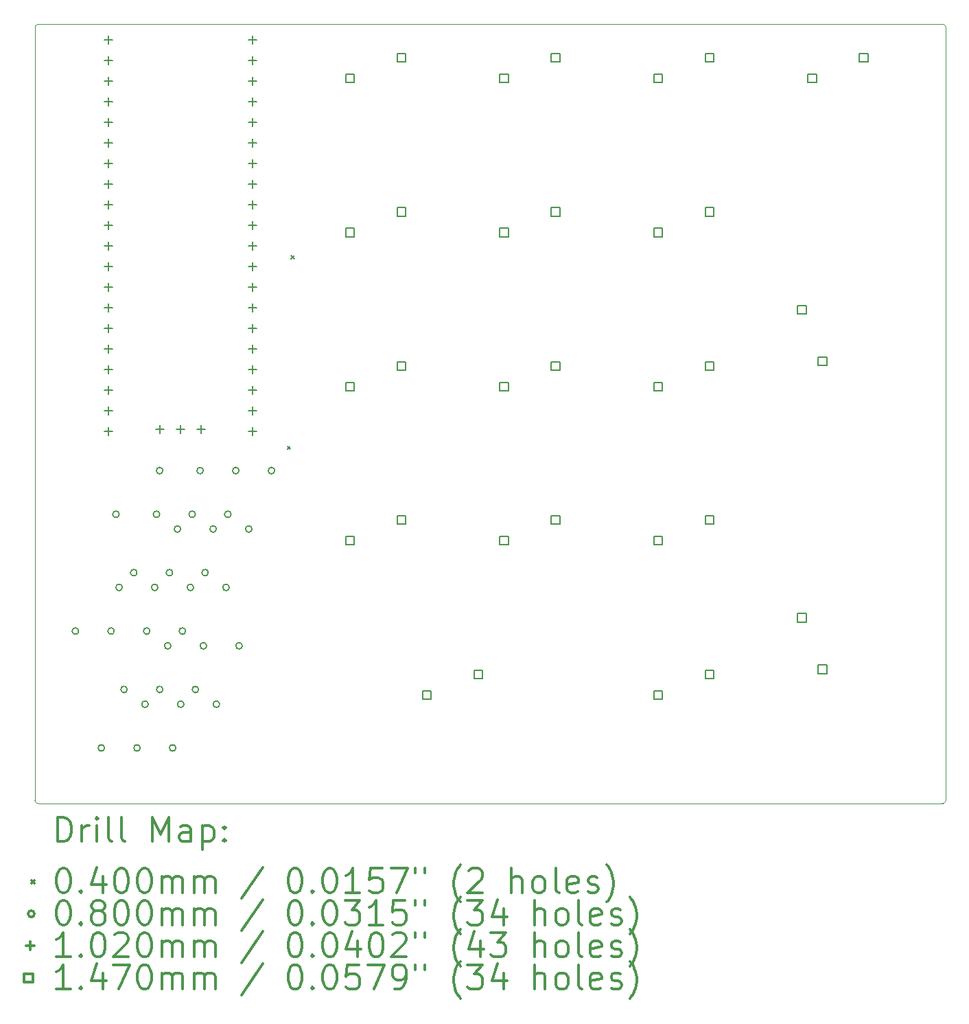
<source format=gbr>
%FSLAX45Y45*%
G04 Gerber Fmt 4.5, Leading zero omitted, Abs format (unit mm)*
G04 Created by KiCad (PCBNEW (5.1.10)-1) date 2021-09-20 14:50:28*
%MOMM*%
%LPD*%
G01*
G04 APERTURE LIST*
%TA.AperFunction,Profile*%
%ADD10C,0.100000*%
%TD*%
%ADD11C,0.200000*%
%ADD12C,0.300000*%
G04 APERTURE END LIST*
D10*
X6820000Y-15485000D02*
G75*
G02*
X6780000Y-15445000I0J40000D01*
G01*
X18020000Y-15445000D02*
G75*
G02*
X17980000Y-15485000I-40000J0D01*
G01*
X17980000Y-5880000D02*
G75*
G02*
X18020000Y-5920000I0J-40000D01*
G01*
X6780000Y-5920000D02*
G75*
G02*
X6820000Y-5880000I40000J0D01*
G01*
X6780000Y-15445000D02*
X6780000Y-5920000D01*
X17980000Y-15485000D02*
X6820000Y-15485000D01*
X18020000Y-5920000D02*
X18020000Y-15445000D01*
X6820000Y-5880000D02*
X17980000Y-5880000D01*
D11*
X9895000Y-11080000D02*
X9935000Y-11120000D01*
X9935000Y-11080000D02*
X9895000Y-11120000D01*
X9940000Y-8730000D02*
X9980000Y-8770000D01*
X9980000Y-8730000D02*
X9940000Y-8770000D01*
X7320000Y-13360000D02*
G75*
G03*
X7320000Y-13360000I-40000J0D01*
G01*
X7640000Y-14800000D02*
G75*
G03*
X7640000Y-14800000I-40000J0D01*
G01*
X7760000Y-13360000D02*
G75*
G03*
X7760000Y-13360000I-40000J0D01*
G01*
X7820000Y-11920000D02*
G75*
G03*
X7820000Y-11920000I-40000J0D01*
G01*
X7858815Y-12821185D02*
G75*
G03*
X7858815Y-12821185I-40000J0D01*
G01*
X7920000Y-14080000D02*
G75*
G03*
X7920000Y-14080000I-40000J0D01*
G01*
X8040000Y-12640000D02*
G75*
G03*
X8040000Y-12640000I-40000J0D01*
G01*
X8080000Y-14800000D02*
G75*
G03*
X8080000Y-14800000I-40000J0D01*
G01*
X8178815Y-14261185D02*
G75*
G03*
X8178815Y-14261185I-40000J0D01*
G01*
X8200000Y-13360000D02*
G75*
G03*
X8200000Y-13360000I-40000J0D01*
G01*
X8298815Y-12821185D02*
G75*
G03*
X8298815Y-12821185I-40000J0D01*
G01*
X8320000Y-11920000D02*
G75*
G03*
X8320000Y-11920000I-40000J0D01*
G01*
X8358815Y-11381185D02*
G75*
G03*
X8358815Y-11381185I-40000J0D01*
G01*
X8360000Y-14080000D02*
G75*
G03*
X8360000Y-14080000I-40000J0D01*
G01*
X8458815Y-13541185D02*
G75*
G03*
X8458815Y-13541185I-40000J0D01*
G01*
X8480000Y-12640000D02*
G75*
G03*
X8480000Y-12640000I-40000J0D01*
G01*
X8520000Y-14800000D02*
G75*
G03*
X8520000Y-14800000I-40000J0D01*
G01*
X8578815Y-12101185D02*
G75*
G03*
X8578815Y-12101185I-40000J0D01*
G01*
X8618815Y-14261185D02*
G75*
G03*
X8618815Y-14261185I-40000J0D01*
G01*
X8640000Y-13360000D02*
G75*
G03*
X8640000Y-13360000I-40000J0D01*
G01*
X8738815Y-12821185D02*
G75*
G03*
X8738815Y-12821185I-40000J0D01*
G01*
X8760000Y-11920000D02*
G75*
G03*
X8760000Y-11920000I-40000J0D01*
G01*
X8800000Y-14080000D02*
G75*
G03*
X8800000Y-14080000I-40000J0D01*
G01*
X8858815Y-11381185D02*
G75*
G03*
X8858815Y-11381185I-40000J0D01*
G01*
X8898815Y-13541185D02*
G75*
G03*
X8898815Y-13541185I-40000J0D01*
G01*
X8920000Y-12640000D02*
G75*
G03*
X8920000Y-12640000I-40000J0D01*
G01*
X9018815Y-12101185D02*
G75*
G03*
X9018815Y-12101185I-40000J0D01*
G01*
X9058815Y-14261185D02*
G75*
G03*
X9058815Y-14261185I-40000J0D01*
G01*
X9178815Y-12821185D02*
G75*
G03*
X9178815Y-12821185I-40000J0D01*
G01*
X9200000Y-11920000D02*
G75*
G03*
X9200000Y-11920000I-40000J0D01*
G01*
X9298815Y-11381185D02*
G75*
G03*
X9298815Y-11381185I-40000J0D01*
G01*
X9338815Y-13541185D02*
G75*
G03*
X9338815Y-13541185I-40000J0D01*
G01*
X9458815Y-12101185D02*
G75*
G03*
X9458815Y-12101185I-40000J0D01*
G01*
X9738815Y-11381185D02*
G75*
G03*
X9738815Y-11381185I-40000J0D01*
G01*
X7691000Y-6016000D02*
X7691000Y-6118000D01*
X7640000Y-6067000D02*
X7742000Y-6067000D01*
X7691000Y-6270000D02*
X7691000Y-6372000D01*
X7640000Y-6321000D02*
X7742000Y-6321000D01*
X7691000Y-6524000D02*
X7691000Y-6626000D01*
X7640000Y-6575000D02*
X7742000Y-6575000D01*
X7691000Y-6778000D02*
X7691000Y-6880000D01*
X7640000Y-6829000D02*
X7742000Y-6829000D01*
X7691000Y-7032000D02*
X7691000Y-7134000D01*
X7640000Y-7083000D02*
X7742000Y-7083000D01*
X7691000Y-7286000D02*
X7691000Y-7388000D01*
X7640000Y-7337000D02*
X7742000Y-7337000D01*
X7691000Y-7540000D02*
X7691000Y-7642000D01*
X7640000Y-7591000D02*
X7742000Y-7591000D01*
X7691000Y-7794000D02*
X7691000Y-7896000D01*
X7640000Y-7845000D02*
X7742000Y-7845000D01*
X7691000Y-8048000D02*
X7691000Y-8150000D01*
X7640000Y-8099000D02*
X7742000Y-8099000D01*
X7691000Y-8302000D02*
X7691000Y-8404000D01*
X7640000Y-8353000D02*
X7742000Y-8353000D01*
X7691000Y-8556000D02*
X7691000Y-8658000D01*
X7640000Y-8607000D02*
X7742000Y-8607000D01*
X7691000Y-8810000D02*
X7691000Y-8912000D01*
X7640000Y-8861000D02*
X7742000Y-8861000D01*
X7691000Y-9064000D02*
X7691000Y-9166000D01*
X7640000Y-9115000D02*
X7742000Y-9115000D01*
X7691000Y-9318000D02*
X7691000Y-9420000D01*
X7640000Y-9369000D02*
X7742000Y-9369000D01*
X7691000Y-9572000D02*
X7691000Y-9674000D01*
X7640000Y-9623000D02*
X7742000Y-9623000D01*
X7691000Y-9826000D02*
X7691000Y-9928000D01*
X7640000Y-9877000D02*
X7742000Y-9877000D01*
X7691000Y-10080000D02*
X7691000Y-10182000D01*
X7640000Y-10131000D02*
X7742000Y-10131000D01*
X7691000Y-10334000D02*
X7691000Y-10436000D01*
X7640000Y-10385000D02*
X7742000Y-10385000D01*
X7691000Y-10588000D02*
X7691000Y-10690000D01*
X7640000Y-10639000D02*
X7742000Y-10639000D01*
X7691000Y-10842000D02*
X7691000Y-10944000D01*
X7640000Y-10893000D02*
X7742000Y-10893000D01*
X8326000Y-10819000D02*
X8326000Y-10921000D01*
X8275000Y-10870000D02*
X8377000Y-10870000D01*
X8580000Y-10819000D02*
X8580000Y-10921000D01*
X8529000Y-10870000D02*
X8631000Y-10870000D01*
X8834000Y-10819000D02*
X8834000Y-10921000D01*
X8783000Y-10870000D02*
X8885000Y-10870000D01*
X9469000Y-6016000D02*
X9469000Y-6118000D01*
X9418000Y-6067000D02*
X9520000Y-6067000D01*
X9469000Y-6270000D02*
X9469000Y-6372000D01*
X9418000Y-6321000D02*
X9520000Y-6321000D01*
X9469000Y-6524000D02*
X9469000Y-6626000D01*
X9418000Y-6575000D02*
X9520000Y-6575000D01*
X9469000Y-6778000D02*
X9469000Y-6880000D01*
X9418000Y-6829000D02*
X9520000Y-6829000D01*
X9469000Y-7032000D02*
X9469000Y-7134000D01*
X9418000Y-7083000D02*
X9520000Y-7083000D01*
X9469000Y-7286000D02*
X9469000Y-7388000D01*
X9418000Y-7337000D02*
X9520000Y-7337000D01*
X9469000Y-7540000D02*
X9469000Y-7642000D01*
X9418000Y-7591000D02*
X9520000Y-7591000D01*
X9469000Y-7794000D02*
X9469000Y-7896000D01*
X9418000Y-7845000D02*
X9520000Y-7845000D01*
X9469000Y-8048000D02*
X9469000Y-8150000D01*
X9418000Y-8099000D02*
X9520000Y-8099000D01*
X9469000Y-8302000D02*
X9469000Y-8404000D01*
X9418000Y-8353000D02*
X9520000Y-8353000D01*
X9469000Y-8556000D02*
X9469000Y-8658000D01*
X9418000Y-8607000D02*
X9520000Y-8607000D01*
X9469000Y-8810000D02*
X9469000Y-8912000D01*
X9418000Y-8861000D02*
X9520000Y-8861000D01*
X9469000Y-9064000D02*
X9469000Y-9166000D01*
X9418000Y-9115000D02*
X9520000Y-9115000D01*
X9469000Y-9318000D02*
X9469000Y-9420000D01*
X9418000Y-9369000D02*
X9520000Y-9369000D01*
X9469000Y-9572000D02*
X9469000Y-9674000D01*
X9418000Y-9623000D02*
X9520000Y-9623000D01*
X9469000Y-9826000D02*
X9469000Y-9928000D01*
X9418000Y-9877000D02*
X9520000Y-9877000D01*
X9469000Y-10080000D02*
X9469000Y-10182000D01*
X9418000Y-10131000D02*
X9520000Y-10131000D01*
X9469000Y-10334000D02*
X9469000Y-10436000D01*
X9418000Y-10385000D02*
X9520000Y-10385000D01*
X9469000Y-10588000D02*
X9469000Y-10690000D01*
X9418000Y-10639000D02*
X9520000Y-10639000D01*
X9469000Y-10842000D02*
X9469000Y-10944000D01*
X9418000Y-10893000D02*
X9520000Y-10893000D01*
X10720973Y-6597973D02*
X10720973Y-6494027D01*
X10617027Y-6494027D01*
X10617027Y-6597973D01*
X10720973Y-6597973D01*
X10720973Y-8497973D02*
X10720973Y-8394027D01*
X10617027Y-8394027D01*
X10617027Y-8497973D01*
X10720973Y-8497973D01*
X10720973Y-10397973D02*
X10720973Y-10294027D01*
X10617027Y-10294027D01*
X10617027Y-10397973D01*
X10720973Y-10397973D01*
X10720973Y-12297973D02*
X10720973Y-12194027D01*
X10617027Y-12194027D01*
X10617027Y-12297973D01*
X10720973Y-12297973D01*
X11355973Y-6343973D02*
X11355973Y-6240027D01*
X11252027Y-6240027D01*
X11252027Y-6343973D01*
X11355973Y-6343973D01*
X11355973Y-8243973D02*
X11355973Y-8140027D01*
X11252027Y-8140027D01*
X11252027Y-8243973D01*
X11355973Y-8243973D01*
X11355973Y-10143973D02*
X11355973Y-10040027D01*
X11252027Y-10040027D01*
X11252027Y-10143973D01*
X11355973Y-10143973D01*
X11355973Y-12043973D02*
X11355973Y-11940027D01*
X11252027Y-11940027D01*
X11252027Y-12043973D01*
X11355973Y-12043973D01*
X11670973Y-14197973D02*
X11670973Y-14094027D01*
X11567027Y-14094027D01*
X11567027Y-14197973D01*
X11670973Y-14197973D01*
X12305973Y-13943973D02*
X12305973Y-13840027D01*
X12202027Y-13840027D01*
X12202027Y-13943973D01*
X12305973Y-13943973D01*
X12620973Y-6597973D02*
X12620973Y-6494027D01*
X12517027Y-6494027D01*
X12517027Y-6597973D01*
X12620973Y-6597973D01*
X12620973Y-8497973D02*
X12620973Y-8394027D01*
X12517027Y-8394027D01*
X12517027Y-8497973D01*
X12620973Y-8497973D01*
X12620973Y-10397973D02*
X12620973Y-10294027D01*
X12517027Y-10294027D01*
X12517027Y-10397973D01*
X12620973Y-10397973D01*
X12620973Y-12297973D02*
X12620973Y-12194027D01*
X12517027Y-12194027D01*
X12517027Y-12297973D01*
X12620973Y-12297973D01*
X13255973Y-6343973D02*
X13255973Y-6240027D01*
X13152027Y-6240027D01*
X13152027Y-6343973D01*
X13255973Y-6343973D01*
X13255973Y-8243973D02*
X13255973Y-8140027D01*
X13152027Y-8140027D01*
X13152027Y-8243973D01*
X13255973Y-8243973D01*
X13255973Y-10143973D02*
X13255973Y-10040027D01*
X13152027Y-10040027D01*
X13152027Y-10143973D01*
X13255973Y-10143973D01*
X13255973Y-12043973D02*
X13255973Y-11940027D01*
X13152027Y-11940027D01*
X13152027Y-12043973D01*
X13255973Y-12043973D01*
X14520973Y-6597973D02*
X14520973Y-6494027D01*
X14417027Y-6494027D01*
X14417027Y-6597973D01*
X14520973Y-6597973D01*
X14520973Y-8497973D02*
X14520973Y-8394027D01*
X14417027Y-8394027D01*
X14417027Y-8497973D01*
X14520973Y-8497973D01*
X14520973Y-10397973D02*
X14520973Y-10294027D01*
X14417027Y-10294027D01*
X14417027Y-10397973D01*
X14520973Y-10397973D01*
X14520973Y-12297973D02*
X14520973Y-12194027D01*
X14417027Y-12194027D01*
X14417027Y-12297973D01*
X14520973Y-12297973D01*
X14520973Y-14197973D02*
X14520973Y-14094027D01*
X14417027Y-14094027D01*
X14417027Y-14197973D01*
X14520973Y-14197973D01*
X15155973Y-6343973D02*
X15155973Y-6240027D01*
X15052027Y-6240027D01*
X15052027Y-6343973D01*
X15155973Y-6343973D01*
X15155973Y-8243973D02*
X15155973Y-8140027D01*
X15052027Y-8140027D01*
X15052027Y-8243973D01*
X15155973Y-8243973D01*
X15155973Y-10143973D02*
X15155973Y-10040027D01*
X15052027Y-10040027D01*
X15052027Y-10143973D01*
X15155973Y-10143973D01*
X15155973Y-12043973D02*
X15155973Y-11940027D01*
X15052027Y-11940027D01*
X15052027Y-12043973D01*
X15155973Y-12043973D01*
X15155973Y-13943973D02*
X15155973Y-13840027D01*
X15052027Y-13840027D01*
X15052027Y-13943973D01*
X15155973Y-13943973D01*
X16293973Y-9447973D02*
X16293973Y-9344027D01*
X16190027Y-9344027D01*
X16190027Y-9447973D01*
X16293973Y-9447973D01*
X16293973Y-13247973D02*
X16293973Y-13144027D01*
X16190027Y-13144027D01*
X16190027Y-13247973D01*
X16293973Y-13247973D01*
X16420973Y-6597973D02*
X16420973Y-6494027D01*
X16317027Y-6494027D01*
X16317027Y-6597973D01*
X16420973Y-6597973D01*
X16547973Y-10082973D02*
X16547973Y-9979027D01*
X16444027Y-9979027D01*
X16444027Y-10082973D01*
X16547973Y-10082973D01*
X16547973Y-13882973D02*
X16547973Y-13779027D01*
X16444027Y-13779027D01*
X16444027Y-13882973D01*
X16547973Y-13882973D01*
X17055973Y-6343973D02*
X17055973Y-6240027D01*
X16952027Y-6240027D01*
X16952027Y-6343973D01*
X17055973Y-6343973D01*
D12*
X7061428Y-15955714D02*
X7061428Y-15655714D01*
X7132857Y-15655714D01*
X7175714Y-15670000D01*
X7204286Y-15698571D01*
X7218571Y-15727143D01*
X7232857Y-15784286D01*
X7232857Y-15827143D01*
X7218571Y-15884286D01*
X7204286Y-15912857D01*
X7175714Y-15941429D01*
X7132857Y-15955714D01*
X7061428Y-15955714D01*
X7361428Y-15955714D02*
X7361428Y-15755714D01*
X7361428Y-15812857D02*
X7375714Y-15784286D01*
X7390000Y-15770000D01*
X7418571Y-15755714D01*
X7447143Y-15755714D01*
X7547143Y-15955714D02*
X7547143Y-15755714D01*
X7547143Y-15655714D02*
X7532857Y-15670000D01*
X7547143Y-15684286D01*
X7561428Y-15670000D01*
X7547143Y-15655714D01*
X7547143Y-15684286D01*
X7732857Y-15955714D02*
X7704286Y-15941429D01*
X7690000Y-15912857D01*
X7690000Y-15655714D01*
X7890000Y-15955714D02*
X7861428Y-15941429D01*
X7847143Y-15912857D01*
X7847143Y-15655714D01*
X8232857Y-15955714D02*
X8232857Y-15655714D01*
X8332857Y-15870000D01*
X8432857Y-15655714D01*
X8432857Y-15955714D01*
X8704286Y-15955714D02*
X8704286Y-15798571D01*
X8690000Y-15770000D01*
X8661428Y-15755714D01*
X8604286Y-15755714D01*
X8575714Y-15770000D01*
X8704286Y-15941429D02*
X8675714Y-15955714D01*
X8604286Y-15955714D01*
X8575714Y-15941429D01*
X8561428Y-15912857D01*
X8561428Y-15884286D01*
X8575714Y-15855714D01*
X8604286Y-15841429D01*
X8675714Y-15841429D01*
X8704286Y-15827143D01*
X8847143Y-15755714D02*
X8847143Y-16055714D01*
X8847143Y-15770000D02*
X8875714Y-15755714D01*
X8932857Y-15755714D01*
X8961428Y-15770000D01*
X8975714Y-15784286D01*
X8990000Y-15812857D01*
X8990000Y-15898571D01*
X8975714Y-15927143D01*
X8961428Y-15941429D01*
X8932857Y-15955714D01*
X8875714Y-15955714D01*
X8847143Y-15941429D01*
X9118571Y-15927143D02*
X9132857Y-15941429D01*
X9118571Y-15955714D01*
X9104286Y-15941429D01*
X9118571Y-15927143D01*
X9118571Y-15955714D01*
X9118571Y-15770000D02*
X9132857Y-15784286D01*
X9118571Y-15798571D01*
X9104286Y-15784286D01*
X9118571Y-15770000D01*
X9118571Y-15798571D01*
X6735000Y-16430000D02*
X6775000Y-16470000D01*
X6775000Y-16430000D02*
X6735000Y-16470000D01*
X7118571Y-16285714D02*
X7147143Y-16285714D01*
X7175714Y-16300000D01*
X7190000Y-16314286D01*
X7204286Y-16342857D01*
X7218571Y-16400000D01*
X7218571Y-16471429D01*
X7204286Y-16528571D01*
X7190000Y-16557143D01*
X7175714Y-16571429D01*
X7147143Y-16585714D01*
X7118571Y-16585714D01*
X7090000Y-16571429D01*
X7075714Y-16557143D01*
X7061428Y-16528571D01*
X7047143Y-16471429D01*
X7047143Y-16400000D01*
X7061428Y-16342857D01*
X7075714Y-16314286D01*
X7090000Y-16300000D01*
X7118571Y-16285714D01*
X7347143Y-16557143D02*
X7361428Y-16571429D01*
X7347143Y-16585714D01*
X7332857Y-16571429D01*
X7347143Y-16557143D01*
X7347143Y-16585714D01*
X7618571Y-16385714D02*
X7618571Y-16585714D01*
X7547143Y-16271429D02*
X7475714Y-16485714D01*
X7661428Y-16485714D01*
X7832857Y-16285714D02*
X7861428Y-16285714D01*
X7890000Y-16300000D01*
X7904286Y-16314286D01*
X7918571Y-16342857D01*
X7932857Y-16400000D01*
X7932857Y-16471429D01*
X7918571Y-16528571D01*
X7904286Y-16557143D01*
X7890000Y-16571429D01*
X7861428Y-16585714D01*
X7832857Y-16585714D01*
X7804286Y-16571429D01*
X7790000Y-16557143D01*
X7775714Y-16528571D01*
X7761428Y-16471429D01*
X7761428Y-16400000D01*
X7775714Y-16342857D01*
X7790000Y-16314286D01*
X7804286Y-16300000D01*
X7832857Y-16285714D01*
X8118571Y-16285714D02*
X8147143Y-16285714D01*
X8175714Y-16300000D01*
X8190000Y-16314286D01*
X8204286Y-16342857D01*
X8218571Y-16400000D01*
X8218571Y-16471429D01*
X8204286Y-16528571D01*
X8190000Y-16557143D01*
X8175714Y-16571429D01*
X8147143Y-16585714D01*
X8118571Y-16585714D01*
X8090000Y-16571429D01*
X8075714Y-16557143D01*
X8061428Y-16528571D01*
X8047143Y-16471429D01*
X8047143Y-16400000D01*
X8061428Y-16342857D01*
X8075714Y-16314286D01*
X8090000Y-16300000D01*
X8118571Y-16285714D01*
X8347143Y-16585714D02*
X8347143Y-16385714D01*
X8347143Y-16414286D02*
X8361428Y-16400000D01*
X8390000Y-16385714D01*
X8432857Y-16385714D01*
X8461428Y-16400000D01*
X8475714Y-16428571D01*
X8475714Y-16585714D01*
X8475714Y-16428571D02*
X8490000Y-16400000D01*
X8518571Y-16385714D01*
X8561428Y-16385714D01*
X8590000Y-16400000D01*
X8604286Y-16428571D01*
X8604286Y-16585714D01*
X8747143Y-16585714D02*
X8747143Y-16385714D01*
X8747143Y-16414286D02*
X8761428Y-16400000D01*
X8790000Y-16385714D01*
X8832857Y-16385714D01*
X8861428Y-16400000D01*
X8875714Y-16428571D01*
X8875714Y-16585714D01*
X8875714Y-16428571D02*
X8890000Y-16400000D01*
X8918571Y-16385714D01*
X8961428Y-16385714D01*
X8990000Y-16400000D01*
X9004286Y-16428571D01*
X9004286Y-16585714D01*
X9590000Y-16271429D02*
X9332857Y-16657143D01*
X9975714Y-16285714D02*
X10004286Y-16285714D01*
X10032857Y-16300000D01*
X10047143Y-16314286D01*
X10061428Y-16342857D01*
X10075714Y-16400000D01*
X10075714Y-16471429D01*
X10061428Y-16528571D01*
X10047143Y-16557143D01*
X10032857Y-16571429D01*
X10004286Y-16585714D01*
X9975714Y-16585714D01*
X9947143Y-16571429D01*
X9932857Y-16557143D01*
X9918571Y-16528571D01*
X9904286Y-16471429D01*
X9904286Y-16400000D01*
X9918571Y-16342857D01*
X9932857Y-16314286D01*
X9947143Y-16300000D01*
X9975714Y-16285714D01*
X10204286Y-16557143D02*
X10218571Y-16571429D01*
X10204286Y-16585714D01*
X10190000Y-16571429D01*
X10204286Y-16557143D01*
X10204286Y-16585714D01*
X10404286Y-16285714D02*
X10432857Y-16285714D01*
X10461428Y-16300000D01*
X10475714Y-16314286D01*
X10490000Y-16342857D01*
X10504286Y-16400000D01*
X10504286Y-16471429D01*
X10490000Y-16528571D01*
X10475714Y-16557143D01*
X10461428Y-16571429D01*
X10432857Y-16585714D01*
X10404286Y-16585714D01*
X10375714Y-16571429D01*
X10361428Y-16557143D01*
X10347143Y-16528571D01*
X10332857Y-16471429D01*
X10332857Y-16400000D01*
X10347143Y-16342857D01*
X10361428Y-16314286D01*
X10375714Y-16300000D01*
X10404286Y-16285714D01*
X10790000Y-16585714D02*
X10618571Y-16585714D01*
X10704286Y-16585714D02*
X10704286Y-16285714D01*
X10675714Y-16328571D01*
X10647143Y-16357143D01*
X10618571Y-16371429D01*
X11061428Y-16285714D02*
X10918571Y-16285714D01*
X10904286Y-16428571D01*
X10918571Y-16414286D01*
X10947143Y-16400000D01*
X11018571Y-16400000D01*
X11047143Y-16414286D01*
X11061428Y-16428571D01*
X11075714Y-16457143D01*
X11075714Y-16528571D01*
X11061428Y-16557143D01*
X11047143Y-16571429D01*
X11018571Y-16585714D01*
X10947143Y-16585714D01*
X10918571Y-16571429D01*
X10904286Y-16557143D01*
X11175714Y-16285714D02*
X11375714Y-16285714D01*
X11247143Y-16585714D01*
X11475714Y-16285714D02*
X11475714Y-16342857D01*
X11590000Y-16285714D02*
X11590000Y-16342857D01*
X12032857Y-16700000D02*
X12018571Y-16685714D01*
X11990000Y-16642857D01*
X11975714Y-16614286D01*
X11961428Y-16571429D01*
X11947143Y-16500000D01*
X11947143Y-16442857D01*
X11961428Y-16371429D01*
X11975714Y-16328571D01*
X11990000Y-16300000D01*
X12018571Y-16257143D01*
X12032857Y-16242857D01*
X12132857Y-16314286D02*
X12147143Y-16300000D01*
X12175714Y-16285714D01*
X12247143Y-16285714D01*
X12275714Y-16300000D01*
X12290000Y-16314286D01*
X12304286Y-16342857D01*
X12304286Y-16371429D01*
X12290000Y-16414286D01*
X12118571Y-16585714D01*
X12304286Y-16585714D01*
X12661428Y-16585714D02*
X12661428Y-16285714D01*
X12790000Y-16585714D02*
X12790000Y-16428571D01*
X12775714Y-16400000D01*
X12747143Y-16385714D01*
X12704286Y-16385714D01*
X12675714Y-16400000D01*
X12661428Y-16414286D01*
X12975714Y-16585714D02*
X12947143Y-16571429D01*
X12932857Y-16557143D01*
X12918571Y-16528571D01*
X12918571Y-16442857D01*
X12932857Y-16414286D01*
X12947143Y-16400000D01*
X12975714Y-16385714D01*
X13018571Y-16385714D01*
X13047143Y-16400000D01*
X13061428Y-16414286D01*
X13075714Y-16442857D01*
X13075714Y-16528571D01*
X13061428Y-16557143D01*
X13047143Y-16571429D01*
X13018571Y-16585714D01*
X12975714Y-16585714D01*
X13247143Y-16585714D02*
X13218571Y-16571429D01*
X13204286Y-16542857D01*
X13204286Y-16285714D01*
X13475714Y-16571429D02*
X13447143Y-16585714D01*
X13390000Y-16585714D01*
X13361428Y-16571429D01*
X13347143Y-16542857D01*
X13347143Y-16428571D01*
X13361428Y-16400000D01*
X13390000Y-16385714D01*
X13447143Y-16385714D01*
X13475714Y-16400000D01*
X13490000Y-16428571D01*
X13490000Y-16457143D01*
X13347143Y-16485714D01*
X13604286Y-16571429D02*
X13632857Y-16585714D01*
X13690000Y-16585714D01*
X13718571Y-16571429D01*
X13732857Y-16542857D01*
X13732857Y-16528571D01*
X13718571Y-16500000D01*
X13690000Y-16485714D01*
X13647143Y-16485714D01*
X13618571Y-16471429D01*
X13604286Y-16442857D01*
X13604286Y-16428571D01*
X13618571Y-16400000D01*
X13647143Y-16385714D01*
X13690000Y-16385714D01*
X13718571Y-16400000D01*
X13832857Y-16700000D02*
X13847143Y-16685714D01*
X13875714Y-16642857D01*
X13890000Y-16614286D01*
X13904286Y-16571429D01*
X13918571Y-16500000D01*
X13918571Y-16442857D01*
X13904286Y-16371429D01*
X13890000Y-16328571D01*
X13875714Y-16300000D01*
X13847143Y-16257143D01*
X13832857Y-16242857D01*
X6775000Y-16846000D02*
G75*
G03*
X6775000Y-16846000I-40000J0D01*
G01*
X7118571Y-16681714D02*
X7147143Y-16681714D01*
X7175714Y-16696000D01*
X7190000Y-16710286D01*
X7204286Y-16738857D01*
X7218571Y-16796000D01*
X7218571Y-16867429D01*
X7204286Y-16924572D01*
X7190000Y-16953143D01*
X7175714Y-16967429D01*
X7147143Y-16981714D01*
X7118571Y-16981714D01*
X7090000Y-16967429D01*
X7075714Y-16953143D01*
X7061428Y-16924572D01*
X7047143Y-16867429D01*
X7047143Y-16796000D01*
X7061428Y-16738857D01*
X7075714Y-16710286D01*
X7090000Y-16696000D01*
X7118571Y-16681714D01*
X7347143Y-16953143D02*
X7361428Y-16967429D01*
X7347143Y-16981714D01*
X7332857Y-16967429D01*
X7347143Y-16953143D01*
X7347143Y-16981714D01*
X7532857Y-16810286D02*
X7504286Y-16796000D01*
X7490000Y-16781714D01*
X7475714Y-16753143D01*
X7475714Y-16738857D01*
X7490000Y-16710286D01*
X7504286Y-16696000D01*
X7532857Y-16681714D01*
X7590000Y-16681714D01*
X7618571Y-16696000D01*
X7632857Y-16710286D01*
X7647143Y-16738857D01*
X7647143Y-16753143D01*
X7632857Y-16781714D01*
X7618571Y-16796000D01*
X7590000Y-16810286D01*
X7532857Y-16810286D01*
X7504286Y-16824572D01*
X7490000Y-16838857D01*
X7475714Y-16867429D01*
X7475714Y-16924572D01*
X7490000Y-16953143D01*
X7504286Y-16967429D01*
X7532857Y-16981714D01*
X7590000Y-16981714D01*
X7618571Y-16967429D01*
X7632857Y-16953143D01*
X7647143Y-16924572D01*
X7647143Y-16867429D01*
X7632857Y-16838857D01*
X7618571Y-16824572D01*
X7590000Y-16810286D01*
X7832857Y-16681714D02*
X7861428Y-16681714D01*
X7890000Y-16696000D01*
X7904286Y-16710286D01*
X7918571Y-16738857D01*
X7932857Y-16796000D01*
X7932857Y-16867429D01*
X7918571Y-16924572D01*
X7904286Y-16953143D01*
X7890000Y-16967429D01*
X7861428Y-16981714D01*
X7832857Y-16981714D01*
X7804286Y-16967429D01*
X7790000Y-16953143D01*
X7775714Y-16924572D01*
X7761428Y-16867429D01*
X7761428Y-16796000D01*
X7775714Y-16738857D01*
X7790000Y-16710286D01*
X7804286Y-16696000D01*
X7832857Y-16681714D01*
X8118571Y-16681714D02*
X8147143Y-16681714D01*
X8175714Y-16696000D01*
X8190000Y-16710286D01*
X8204286Y-16738857D01*
X8218571Y-16796000D01*
X8218571Y-16867429D01*
X8204286Y-16924572D01*
X8190000Y-16953143D01*
X8175714Y-16967429D01*
X8147143Y-16981714D01*
X8118571Y-16981714D01*
X8090000Y-16967429D01*
X8075714Y-16953143D01*
X8061428Y-16924572D01*
X8047143Y-16867429D01*
X8047143Y-16796000D01*
X8061428Y-16738857D01*
X8075714Y-16710286D01*
X8090000Y-16696000D01*
X8118571Y-16681714D01*
X8347143Y-16981714D02*
X8347143Y-16781714D01*
X8347143Y-16810286D02*
X8361428Y-16796000D01*
X8390000Y-16781714D01*
X8432857Y-16781714D01*
X8461428Y-16796000D01*
X8475714Y-16824572D01*
X8475714Y-16981714D01*
X8475714Y-16824572D02*
X8490000Y-16796000D01*
X8518571Y-16781714D01*
X8561428Y-16781714D01*
X8590000Y-16796000D01*
X8604286Y-16824572D01*
X8604286Y-16981714D01*
X8747143Y-16981714D02*
X8747143Y-16781714D01*
X8747143Y-16810286D02*
X8761428Y-16796000D01*
X8790000Y-16781714D01*
X8832857Y-16781714D01*
X8861428Y-16796000D01*
X8875714Y-16824572D01*
X8875714Y-16981714D01*
X8875714Y-16824572D02*
X8890000Y-16796000D01*
X8918571Y-16781714D01*
X8961428Y-16781714D01*
X8990000Y-16796000D01*
X9004286Y-16824572D01*
X9004286Y-16981714D01*
X9590000Y-16667429D02*
X9332857Y-17053143D01*
X9975714Y-16681714D02*
X10004286Y-16681714D01*
X10032857Y-16696000D01*
X10047143Y-16710286D01*
X10061428Y-16738857D01*
X10075714Y-16796000D01*
X10075714Y-16867429D01*
X10061428Y-16924572D01*
X10047143Y-16953143D01*
X10032857Y-16967429D01*
X10004286Y-16981714D01*
X9975714Y-16981714D01*
X9947143Y-16967429D01*
X9932857Y-16953143D01*
X9918571Y-16924572D01*
X9904286Y-16867429D01*
X9904286Y-16796000D01*
X9918571Y-16738857D01*
X9932857Y-16710286D01*
X9947143Y-16696000D01*
X9975714Y-16681714D01*
X10204286Y-16953143D02*
X10218571Y-16967429D01*
X10204286Y-16981714D01*
X10190000Y-16967429D01*
X10204286Y-16953143D01*
X10204286Y-16981714D01*
X10404286Y-16681714D02*
X10432857Y-16681714D01*
X10461428Y-16696000D01*
X10475714Y-16710286D01*
X10490000Y-16738857D01*
X10504286Y-16796000D01*
X10504286Y-16867429D01*
X10490000Y-16924572D01*
X10475714Y-16953143D01*
X10461428Y-16967429D01*
X10432857Y-16981714D01*
X10404286Y-16981714D01*
X10375714Y-16967429D01*
X10361428Y-16953143D01*
X10347143Y-16924572D01*
X10332857Y-16867429D01*
X10332857Y-16796000D01*
X10347143Y-16738857D01*
X10361428Y-16710286D01*
X10375714Y-16696000D01*
X10404286Y-16681714D01*
X10604286Y-16681714D02*
X10790000Y-16681714D01*
X10690000Y-16796000D01*
X10732857Y-16796000D01*
X10761428Y-16810286D01*
X10775714Y-16824572D01*
X10790000Y-16853143D01*
X10790000Y-16924572D01*
X10775714Y-16953143D01*
X10761428Y-16967429D01*
X10732857Y-16981714D01*
X10647143Y-16981714D01*
X10618571Y-16967429D01*
X10604286Y-16953143D01*
X11075714Y-16981714D02*
X10904286Y-16981714D01*
X10990000Y-16981714D02*
X10990000Y-16681714D01*
X10961428Y-16724571D01*
X10932857Y-16753143D01*
X10904286Y-16767429D01*
X11347143Y-16681714D02*
X11204286Y-16681714D01*
X11190000Y-16824572D01*
X11204286Y-16810286D01*
X11232857Y-16796000D01*
X11304286Y-16796000D01*
X11332857Y-16810286D01*
X11347143Y-16824572D01*
X11361428Y-16853143D01*
X11361428Y-16924572D01*
X11347143Y-16953143D01*
X11332857Y-16967429D01*
X11304286Y-16981714D01*
X11232857Y-16981714D01*
X11204286Y-16967429D01*
X11190000Y-16953143D01*
X11475714Y-16681714D02*
X11475714Y-16738857D01*
X11590000Y-16681714D02*
X11590000Y-16738857D01*
X12032857Y-17096000D02*
X12018571Y-17081714D01*
X11990000Y-17038857D01*
X11975714Y-17010286D01*
X11961428Y-16967429D01*
X11947143Y-16896000D01*
X11947143Y-16838857D01*
X11961428Y-16767429D01*
X11975714Y-16724571D01*
X11990000Y-16696000D01*
X12018571Y-16653143D01*
X12032857Y-16638857D01*
X12118571Y-16681714D02*
X12304286Y-16681714D01*
X12204286Y-16796000D01*
X12247143Y-16796000D01*
X12275714Y-16810286D01*
X12290000Y-16824572D01*
X12304286Y-16853143D01*
X12304286Y-16924572D01*
X12290000Y-16953143D01*
X12275714Y-16967429D01*
X12247143Y-16981714D01*
X12161428Y-16981714D01*
X12132857Y-16967429D01*
X12118571Y-16953143D01*
X12561428Y-16781714D02*
X12561428Y-16981714D01*
X12490000Y-16667429D02*
X12418571Y-16881714D01*
X12604286Y-16881714D01*
X12947143Y-16981714D02*
X12947143Y-16681714D01*
X13075714Y-16981714D02*
X13075714Y-16824572D01*
X13061428Y-16796000D01*
X13032857Y-16781714D01*
X12990000Y-16781714D01*
X12961428Y-16796000D01*
X12947143Y-16810286D01*
X13261428Y-16981714D02*
X13232857Y-16967429D01*
X13218571Y-16953143D01*
X13204286Y-16924572D01*
X13204286Y-16838857D01*
X13218571Y-16810286D01*
X13232857Y-16796000D01*
X13261428Y-16781714D01*
X13304286Y-16781714D01*
X13332857Y-16796000D01*
X13347143Y-16810286D01*
X13361428Y-16838857D01*
X13361428Y-16924572D01*
X13347143Y-16953143D01*
X13332857Y-16967429D01*
X13304286Y-16981714D01*
X13261428Y-16981714D01*
X13532857Y-16981714D02*
X13504286Y-16967429D01*
X13490000Y-16938857D01*
X13490000Y-16681714D01*
X13761428Y-16967429D02*
X13732857Y-16981714D01*
X13675714Y-16981714D01*
X13647143Y-16967429D01*
X13632857Y-16938857D01*
X13632857Y-16824572D01*
X13647143Y-16796000D01*
X13675714Y-16781714D01*
X13732857Y-16781714D01*
X13761428Y-16796000D01*
X13775714Y-16824572D01*
X13775714Y-16853143D01*
X13632857Y-16881714D01*
X13890000Y-16967429D02*
X13918571Y-16981714D01*
X13975714Y-16981714D01*
X14004286Y-16967429D01*
X14018571Y-16938857D01*
X14018571Y-16924572D01*
X14004286Y-16896000D01*
X13975714Y-16881714D01*
X13932857Y-16881714D01*
X13904286Y-16867429D01*
X13890000Y-16838857D01*
X13890000Y-16824572D01*
X13904286Y-16796000D01*
X13932857Y-16781714D01*
X13975714Y-16781714D01*
X14004286Y-16796000D01*
X14118571Y-17096000D02*
X14132857Y-17081714D01*
X14161428Y-17038857D01*
X14175714Y-17010286D01*
X14190000Y-16967429D01*
X14204286Y-16896000D01*
X14204286Y-16838857D01*
X14190000Y-16767429D01*
X14175714Y-16724571D01*
X14161428Y-16696000D01*
X14132857Y-16653143D01*
X14118571Y-16638857D01*
X6724000Y-17191000D02*
X6724000Y-17293000D01*
X6673000Y-17242000D02*
X6775000Y-17242000D01*
X7218571Y-17377714D02*
X7047143Y-17377714D01*
X7132857Y-17377714D02*
X7132857Y-17077714D01*
X7104286Y-17120572D01*
X7075714Y-17149143D01*
X7047143Y-17163429D01*
X7347143Y-17349143D02*
X7361428Y-17363429D01*
X7347143Y-17377714D01*
X7332857Y-17363429D01*
X7347143Y-17349143D01*
X7347143Y-17377714D01*
X7547143Y-17077714D02*
X7575714Y-17077714D01*
X7604286Y-17092000D01*
X7618571Y-17106286D01*
X7632857Y-17134857D01*
X7647143Y-17192000D01*
X7647143Y-17263429D01*
X7632857Y-17320572D01*
X7618571Y-17349143D01*
X7604286Y-17363429D01*
X7575714Y-17377714D01*
X7547143Y-17377714D01*
X7518571Y-17363429D01*
X7504286Y-17349143D01*
X7490000Y-17320572D01*
X7475714Y-17263429D01*
X7475714Y-17192000D01*
X7490000Y-17134857D01*
X7504286Y-17106286D01*
X7518571Y-17092000D01*
X7547143Y-17077714D01*
X7761428Y-17106286D02*
X7775714Y-17092000D01*
X7804286Y-17077714D01*
X7875714Y-17077714D01*
X7904286Y-17092000D01*
X7918571Y-17106286D01*
X7932857Y-17134857D01*
X7932857Y-17163429D01*
X7918571Y-17206286D01*
X7747143Y-17377714D01*
X7932857Y-17377714D01*
X8118571Y-17077714D02*
X8147143Y-17077714D01*
X8175714Y-17092000D01*
X8190000Y-17106286D01*
X8204286Y-17134857D01*
X8218571Y-17192000D01*
X8218571Y-17263429D01*
X8204286Y-17320572D01*
X8190000Y-17349143D01*
X8175714Y-17363429D01*
X8147143Y-17377714D01*
X8118571Y-17377714D01*
X8090000Y-17363429D01*
X8075714Y-17349143D01*
X8061428Y-17320572D01*
X8047143Y-17263429D01*
X8047143Y-17192000D01*
X8061428Y-17134857D01*
X8075714Y-17106286D01*
X8090000Y-17092000D01*
X8118571Y-17077714D01*
X8347143Y-17377714D02*
X8347143Y-17177714D01*
X8347143Y-17206286D02*
X8361428Y-17192000D01*
X8390000Y-17177714D01*
X8432857Y-17177714D01*
X8461428Y-17192000D01*
X8475714Y-17220572D01*
X8475714Y-17377714D01*
X8475714Y-17220572D02*
X8490000Y-17192000D01*
X8518571Y-17177714D01*
X8561428Y-17177714D01*
X8590000Y-17192000D01*
X8604286Y-17220572D01*
X8604286Y-17377714D01*
X8747143Y-17377714D02*
X8747143Y-17177714D01*
X8747143Y-17206286D02*
X8761428Y-17192000D01*
X8790000Y-17177714D01*
X8832857Y-17177714D01*
X8861428Y-17192000D01*
X8875714Y-17220572D01*
X8875714Y-17377714D01*
X8875714Y-17220572D02*
X8890000Y-17192000D01*
X8918571Y-17177714D01*
X8961428Y-17177714D01*
X8990000Y-17192000D01*
X9004286Y-17220572D01*
X9004286Y-17377714D01*
X9590000Y-17063429D02*
X9332857Y-17449143D01*
X9975714Y-17077714D02*
X10004286Y-17077714D01*
X10032857Y-17092000D01*
X10047143Y-17106286D01*
X10061428Y-17134857D01*
X10075714Y-17192000D01*
X10075714Y-17263429D01*
X10061428Y-17320572D01*
X10047143Y-17349143D01*
X10032857Y-17363429D01*
X10004286Y-17377714D01*
X9975714Y-17377714D01*
X9947143Y-17363429D01*
X9932857Y-17349143D01*
X9918571Y-17320572D01*
X9904286Y-17263429D01*
X9904286Y-17192000D01*
X9918571Y-17134857D01*
X9932857Y-17106286D01*
X9947143Y-17092000D01*
X9975714Y-17077714D01*
X10204286Y-17349143D02*
X10218571Y-17363429D01*
X10204286Y-17377714D01*
X10190000Y-17363429D01*
X10204286Y-17349143D01*
X10204286Y-17377714D01*
X10404286Y-17077714D02*
X10432857Y-17077714D01*
X10461428Y-17092000D01*
X10475714Y-17106286D01*
X10490000Y-17134857D01*
X10504286Y-17192000D01*
X10504286Y-17263429D01*
X10490000Y-17320572D01*
X10475714Y-17349143D01*
X10461428Y-17363429D01*
X10432857Y-17377714D01*
X10404286Y-17377714D01*
X10375714Y-17363429D01*
X10361428Y-17349143D01*
X10347143Y-17320572D01*
X10332857Y-17263429D01*
X10332857Y-17192000D01*
X10347143Y-17134857D01*
X10361428Y-17106286D01*
X10375714Y-17092000D01*
X10404286Y-17077714D01*
X10761428Y-17177714D02*
X10761428Y-17377714D01*
X10690000Y-17063429D02*
X10618571Y-17277714D01*
X10804286Y-17277714D01*
X10975714Y-17077714D02*
X11004286Y-17077714D01*
X11032857Y-17092000D01*
X11047143Y-17106286D01*
X11061428Y-17134857D01*
X11075714Y-17192000D01*
X11075714Y-17263429D01*
X11061428Y-17320572D01*
X11047143Y-17349143D01*
X11032857Y-17363429D01*
X11004286Y-17377714D01*
X10975714Y-17377714D01*
X10947143Y-17363429D01*
X10932857Y-17349143D01*
X10918571Y-17320572D01*
X10904286Y-17263429D01*
X10904286Y-17192000D01*
X10918571Y-17134857D01*
X10932857Y-17106286D01*
X10947143Y-17092000D01*
X10975714Y-17077714D01*
X11190000Y-17106286D02*
X11204286Y-17092000D01*
X11232857Y-17077714D01*
X11304286Y-17077714D01*
X11332857Y-17092000D01*
X11347143Y-17106286D01*
X11361428Y-17134857D01*
X11361428Y-17163429D01*
X11347143Y-17206286D01*
X11175714Y-17377714D01*
X11361428Y-17377714D01*
X11475714Y-17077714D02*
X11475714Y-17134857D01*
X11590000Y-17077714D02*
X11590000Y-17134857D01*
X12032857Y-17492000D02*
X12018571Y-17477714D01*
X11990000Y-17434857D01*
X11975714Y-17406286D01*
X11961428Y-17363429D01*
X11947143Y-17292000D01*
X11947143Y-17234857D01*
X11961428Y-17163429D01*
X11975714Y-17120572D01*
X11990000Y-17092000D01*
X12018571Y-17049143D01*
X12032857Y-17034857D01*
X12275714Y-17177714D02*
X12275714Y-17377714D01*
X12204286Y-17063429D02*
X12132857Y-17277714D01*
X12318571Y-17277714D01*
X12404286Y-17077714D02*
X12590000Y-17077714D01*
X12490000Y-17192000D01*
X12532857Y-17192000D01*
X12561428Y-17206286D01*
X12575714Y-17220572D01*
X12590000Y-17249143D01*
X12590000Y-17320572D01*
X12575714Y-17349143D01*
X12561428Y-17363429D01*
X12532857Y-17377714D01*
X12447143Y-17377714D01*
X12418571Y-17363429D01*
X12404286Y-17349143D01*
X12947143Y-17377714D02*
X12947143Y-17077714D01*
X13075714Y-17377714D02*
X13075714Y-17220572D01*
X13061428Y-17192000D01*
X13032857Y-17177714D01*
X12990000Y-17177714D01*
X12961428Y-17192000D01*
X12947143Y-17206286D01*
X13261428Y-17377714D02*
X13232857Y-17363429D01*
X13218571Y-17349143D01*
X13204286Y-17320572D01*
X13204286Y-17234857D01*
X13218571Y-17206286D01*
X13232857Y-17192000D01*
X13261428Y-17177714D01*
X13304286Y-17177714D01*
X13332857Y-17192000D01*
X13347143Y-17206286D01*
X13361428Y-17234857D01*
X13361428Y-17320572D01*
X13347143Y-17349143D01*
X13332857Y-17363429D01*
X13304286Y-17377714D01*
X13261428Y-17377714D01*
X13532857Y-17377714D02*
X13504286Y-17363429D01*
X13490000Y-17334857D01*
X13490000Y-17077714D01*
X13761428Y-17363429D02*
X13732857Y-17377714D01*
X13675714Y-17377714D01*
X13647143Y-17363429D01*
X13632857Y-17334857D01*
X13632857Y-17220572D01*
X13647143Y-17192000D01*
X13675714Y-17177714D01*
X13732857Y-17177714D01*
X13761428Y-17192000D01*
X13775714Y-17220572D01*
X13775714Y-17249143D01*
X13632857Y-17277714D01*
X13890000Y-17363429D02*
X13918571Y-17377714D01*
X13975714Y-17377714D01*
X14004286Y-17363429D01*
X14018571Y-17334857D01*
X14018571Y-17320572D01*
X14004286Y-17292000D01*
X13975714Y-17277714D01*
X13932857Y-17277714D01*
X13904286Y-17263429D01*
X13890000Y-17234857D01*
X13890000Y-17220572D01*
X13904286Y-17192000D01*
X13932857Y-17177714D01*
X13975714Y-17177714D01*
X14004286Y-17192000D01*
X14118571Y-17492000D02*
X14132857Y-17477714D01*
X14161428Y-17434857D01*
X14175714Y-17406286D01*
X14190000Y-17363429D01*
X14204286Y-17292000D01*
X14204286Y-17234857D01*
X14190000Y-17163429D01*
X14175714Y-17120572D01*
X14161428Y-17092000D01*
X14132857Y-17049143D01*
X14118571Y-17034857D01*
X6753473Y-17689973D02*
X6753473Y-17586027D01*
X6649527Y-17586027D01*
X6649527Y-17689973D01*
X6753473Y-17689973D01*
X7218571Y-17773714D02*
X7047143Y-17773714D01*
X7132857Y-17773714D02*
X7132857Y-17473714D01*
X7104286Y-17516572D01*
X7075714Y-17545143D01*
X7047143Y-17559429D01*
X7347143Y-17745143D02*
X7361428Y-17759429D01*
X7347143Y-17773714D01*
X7332857Y-17759429D01*
X7347143Y-17745143D01*
X7347143Y-17773714D01*
X7618571Y-17573714D02*
X7618571Y-17773714D01*
X7547143Y-17459429D02*
X7475714Y-17673714D01*
X7661428Y-17673714D01*
X7747143Y-17473714D02*
X7947143Y-17473714D01*
X7818571Y-17773714D01*
X8118571Y-17473714D02*
X8147143Y-17473714D01*
X8175714Y-17488000D01*
X8190000Y-17502286D01*
X8204286Y-17530857D01*
X8218571Y-17588000D01*
X8218571Y-17659429D01*
X8204286Y-17716572D01*
X8190000Y-17745143D01*
X8175714Y-17759429D01*
X8147143Y-17773714D01*
X8118571Y-17773714D01*
X8090000Y-17759429D01*
X8075714Y-17745143D01*
X8061428Y-17716572D01*
X8047143Y-17659429D01*
X8047143Y-17588000D01*
X8061428Y-17530857D01*
X8075714Y-17502286D01*
X8090000Y-17488000D01*
X8118571Y-17473714D01*
X8347143Y-17773714D02*
X8347143Y-17573714D01*
X8347143Y-17602286D02*
X8361428Y-17588000D01*
X8390000Y-17573714D01*
X8432857Y-17573714D01*
X8461428Y-17588000D01*
X8475714Y-17616572D01*
X8475714Y-17773714D01*
X8475714Y-17616572D02*
X8490000Y-17588000D01*
X8518571Y-17573714D01*
X8561428Y-17573714D01*
X8590000Y-17588000D01*
X8604286Y-17616572D01*
X8604286Y-17773714D01*
X8747143Y-17773714D02*
X8747143Y-17573714D01*
X8747143Y-17602286D02*
X8761428Y-17588000D01*
X8790000Y-17573714D01*
X8832857Y-17573714D01*
X8861428Y-17588000D01*
X8875714Y-17616572D01*
X8875714Y-17773714D01*
X8875714Y-17616572D02*
X8890000Y-17588000D01*
X8918571Y-17573714D01*
X8961428Y-17573714D01*
X8990000Y-17588000D01*
X9004286Y-17616572D01*
X9004286Y-17773714D01*
X9590000Y-17459429D02*
X9332857Y-17845143D01*
X9975714Y-17473714D02*
X10004286Y-17473714D01*
X10032857Y-17488000D01*
X10047143Y-17502286D01*
X10061428Y-17530857D01*
X10075714Y-17588000D01*
X10075714Y-17659429D01*
X10061428Y-17716572D01*
X10047143Y-17745143D01*
X10032857Y-17759429D01*
X10004286Y-17773714D01*
X9975714Y-17773714D01*
X9947143Y-17759429D01*
X9932857Y-17745143D01*
X9918571Y-17716572D01*
X9904286Y-17659429D01*
X9904286Y-17588000D01*
X9918571Y-17530857D01*
X9932857Y-17502286D01*
X9947143Y-17488000D01*
X9975714Y-17473714D01*
X10204286Y-17745143D02*
X10218571Y-17759429D01*
X10204286Y-17773714D01*
X10190000Y-17759429D01*
X10204286Y-17745143D01*
X10204286Y-17773714D01*
X10404286Y-17473714D02*
X10432857Y-17473714D01*
X10461428Y-17488000D01*
X10475714Y-17502286D01*
X10490000Y-17530857D01*
X10504286Y-17588000D01*
X10504286Y-17659429D01*
X10490000Y-17716572D01*
X10475714Y-17745143D01*
X10461428Y-17759429D01*
X10432857Y-17773714D01*
X10404286Y-17773714D01*
X10375714Y-17759429D01*
X10361428Y-17745143D01*
X10347143Y-17716572D01*
X10332857Y-17659429D01*
X10332857Y-17588000D01*
X10347143Y-17530857D01*
X10361428Y-17502286D01*
X10375714Y-17488000D01*
X10404286Y-17473714D01*
X10775714Y-17473714D02*
X10632857Y-17473714D01*
X10618571Y-17616572D01*
X10632857Y-17602286D01*
X10661428Y-17588000D01*
X10732857Y-17588000D01*
X10761428Y-17602286D01*
X10775714Y-17616572D01*
X10790000Y-17645143D01*
X10790000Y-17716572D01*
X10775714Y-17745143D01*
X10761428Y-17759429D01*
X10732857Y-17773714D01*
X10661428Y-17773714D01*
X10632857Y-17759429D01*
X10618571Y-17745143D01*
X10890000Y-17473714D02*
X11090000Y-17473714D01*
X10961428Y-17773714D01*
X11218571Y-17773714D02*
X11275714Y-17773714D01*
X11304286Y-17759429D01*
X11318571Y-17745143D01*
X11347143Y-17702286D01*
X11361428Y-17645143D01*
X11361428Y-17530857D01*
X11347143Y-17502286D01*
X11332857Y-17488000D01*
X11304286Y-17473714D01*
X11247143Y-17473714D01*
X11218571Y-17488000D01*
X11204286Y-17502286D01*
X11190000Y-17530857D01*
X11190000Y-17602286D01*
X11204286Y-17630857D01*
X11218571Y-17645143D01*
X11247143Y-17659429D01*
X11304286Y-17659429D01*
X11332857Y-17645143D01*
X11347143Y-17630857D01*
X11361428Y-17602286D01*
X11475714Y-17473714D02*
X11475714Y-17530857D01*
X11590000Y-17473714D02*
X11590000Y-17530857D01*
X12032857Y-17888000D02*
X12018571Y-17873714D01*
X11990000Y-17830857D01*
X11975714Y-17802286D01*
X11961428Y-17759429D01*
X11947143Y-17688000D01*
X11947143Y-17630857D01*
X11961428Y-17559429D01*
X11975714Y-17516572D01*
X11990000Y-17488000D01*
X12018571Y-17445143D01*
X12032857Y-17430857D01*
X12118571Y-17473714D02*
X12304286Y-17473714D01*
X12204286Y-17588000D01*
X12247143Y-17588000D01*
X12275714Y-17602286D01*
X12290000Y-17616572D01*
X12304286Y-17645143D01*
X12304286Y-17716572D01*
X12290000Y-17745143D01*
X12275714Y-17759429D01*
X12247143Y-17773714D01*
X12161428Y-17773714D01*
X12132857Y-17759429D01*
X12118571Y-17745143D01*
X12561428Y-17573714D02*
X12561428Y-17773714D01*
X12490000Y-17459429D02*
X12418571Y-17673714D01*
X12604286Y-17673714D01*
X12947143Y-17773714D02*
X12947143Y-17473714D01*
X13075714Y-17773714D02*
X13075714Y-17616572D01*
X13061428Y-17588000D01*
X13032857Y-17573714D01*
X12990000Y-17573714D01*
X12961428Y-17588000D01*
X12947143Y-17602286D01*
X13261428Y-17773714D02*
X13232857Y-17759429D01*
X13218571Y-17745143D01*
X13204286Y-17716572D01*
X13204286Y-17630857D01*
X13218571Y-17602286D01*
X13232857Y-17588000D01*
X13261428Y-17573714D01*
X13304286Y-17573714D01*
X13332857Y-17588000D01*
X13347143Y-17602286D01*
X13361428Y-17630857D01*
X13361428Y-17716572D01*
X13347143Y-17745143D01*
X13332857Y-17759429D01*
X13304286Y-17773714D01*
X13261428Y-17773714D01*
X13532857Y-17773714D02*
X13504286Y-17759429D01*
X13490000Y-17730857D01*
X13490000Y-17473714D01*
X13761428Y-17759429D02*
X13732857Y-17773714D01*
X13675714Y-17773714D01*
X13647143Y-17759429D01*
X13632857Y-17730857D01*
X13632857Y-17616572D01*
X13647143Y-17588000D01*
X13675714Y-17573714D01*
X13732857Y-17573714D01*
X13761428Y-17588000D01*
X13775714Y-17616572D01*
X13775714Y-17645143D01*
X13632857Y-17673714D01*
X13890000Y-17759429D02*
X13918571Y-17773714D01*
X13975714Y-17773714D01*
X14004286Y-17759429D01*
X14018571Y-17730857D01*
X14018571Y-17716572D01*
X14004286Y-17688000D01*
X13975714Y-17673714D01*
X13932857Y-17673714D01*
X13904286Y-17659429D01*
X13890000Y-17630857D01*
X13890000Y-17616572D01*
X13904286Y-17588000D01*
X13932857Y-17573714D01*
X13975714Y-17573714D01*
X14004286Y-17588000D01*
X14118571Y-17888000D02*
X14132857Y-17873714D01*
X14161428Y-17830857D01*
X14175714Y-17802286D01*
X14190000Y-17759429D01*
X14204286Y-17688000D01*
X14204286Y-17630857D01*
X14190000Y-17559429D01*
X14175714Y-17516572D01*
X14161428Y-17488000D01*
X14132857Y-17445143D01*
X14118571Y-17430857D01*
M02*

</source>
